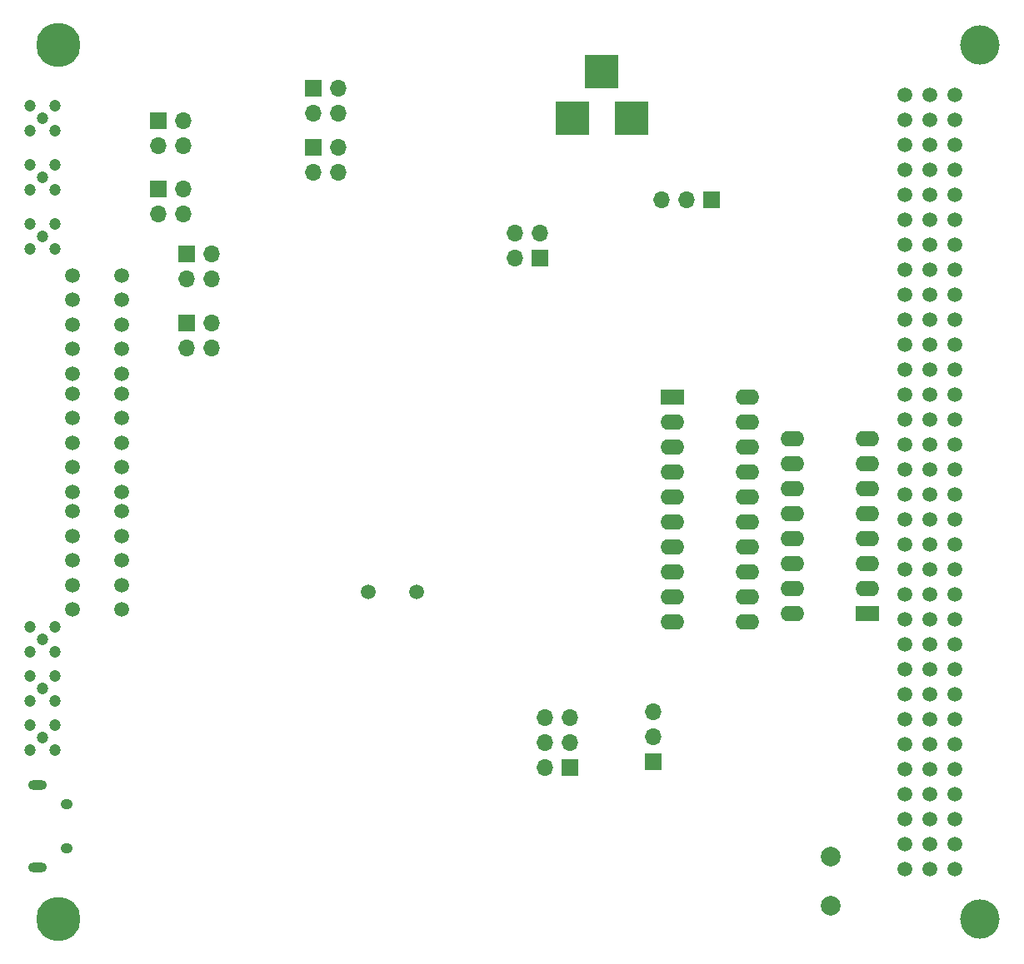
<source format=gbs>
G04 #@! TF.FileFunction,Soldermask,Bot*
%FSLAX46Y46*%
G04 Gerber Fmt 4.6, Leading zero omitted, Abs format (unit mm)*
G04 Created by KiCad (PCBNEW 4.0.7) date 08/08/18 19:17:42*
%MOMM*%
%LPD*%
G01*
G04 APERTURE LIST*
%ADD10C,0.150000*%
%ADD11R,1.700000X1.700000*%
%ADD12O,1.700000X1.700000*%
%ADD13O,1.900000X1.000000*%
%ADD14O,1.250000X1.050000*%
%ADD15C,1.998980*%
%ADD16C,1.501140*%
%ADD17C,4.000000*%
%ADD18C,4.500000*%
%ADD19R,3.500000X3.500000*%
%ADD20R,2.400000X1.600000*%
%ADD21O,2.400000X1.600000*%
%ADD22C,1.500000*%
%ADD23C,1.200000*%
G04 APERTURE END LIST*
D10*
D11*
X178750000Y-55250000D03*
D12*
X181290000Y-55250000D03*
X178750000Y-57790000D03*
X181290000Y-57790000D03*
D13*
X166450000Y-115825000D03*
X166450000Y-124175000D03*
D14*
X169450000Y-117775000D03*
X169450000Y-122225000D03*
D15*
X247100000Y-123100640D03*
X247100000Y-128101900D03*
D16*
X259700000Y-45630000D03*
X259700000Y-48170000D03*
X259700000Y-53250000D03*
X259700000Y-50710000D03*
X259700000Y-55790000D03*
X259700000Y-58330000D03*
X259700000Y-60870000D03*
X259700000Y-63410000D03*
X259700000Y-65950000D03*
X259700000Y-68490000D03*
X259700000Y-71030000D03*
X259700000Y-73570000D03*
X259700000Y-76110000D03*
X259700000Y-78650000D03*
X259700000Y-81190000D03*
X259700000Y-83730000D03*
X259700000Y-86270000D03*
X259700000Y-88810000D03*
X259700000Y-91350000D03*
X259700000Y-93890000D03*
X259700000Y-96430000D03*
X259700000Y-98970000D03*
X259700000Y-101510000D03*
X259700000Y-104050000D03*
X259700000Y-106590000D03*
X259700000Y-109130000D03*
X259700000Y-111670000D03*
X259700000Y-114210000D03*
X259700000Y-116750000D03*
X259700000Y-119290000D03*
X259700000Y-121830000D03*
X259700000Y-124370000D03*
X257160000Y-124370000D03*
X257160000Y-121830000D03*
X257160000Y-119290000D03*
X257160000Y-116750000D03*
X257160000Y-114210000D03*
X257160000Y-111670000D03*
X257160000Y-109130000D03*
X257160000Y-106590000D03*
X257160000Y-104050000D03*
X257160000Y-101510000D03*
X257160000Y-98970000D03*
X257160000Y-96430000D03*
X257160000Y-93890000D03*
X257160000Y-91350000D03*
X257160000Y-88810000D03*
X257160000Y-86270000D03*
X257160000Y-83730000D03*
X257160000Y-81190000D03*
X257160000Y-78650000D03*
X257160000Y-76110000D03*
X257160000Y-73570000D03*
X257160000Y-71030000D03*
X257160000Y-68490000D03*
X257160000Y-65950000D03*
X257160000Y-63410000D03*
X257160000Y-60870000D03*
X257160000Y-58330000D03*
X257160000Y-55790000D03*
X257160000Y-50710000D03*
X257160000Y-53250000D03*
X257160000Y-48170000D03*
X257160000Y-45630000D03*
X254620000Y-45630000D03*
X254620000Y-48170000D03*
X254620000Y-53250000D03*
X254620000Y-50710000D03*
X254620000Y-55790000D03*
X254620000Y-58330000D03*
X254620000Y-60870000D03*
X254620000Y-63410000D03*
X254620000Y-65950000D03*
X254620000Y-68490000D03*
X254620000Y-71030000D03*
X254620000Y-73570000D03*
X254620000Y-76110000D03*
X254620000Y-78650000D03*
X254620000Y-81190000D03*
X254620000Y-83730000D03*
X254620000Y-86270000D03*
X254620000Y-88810000D03*
X254620000Y-91350000D03*
X254620000Y-93890000D03*
X254620000Y-96430000D03*
X254620000Y-98970000D03*
X254620000Y-101510000D03*
X254620000Y-104050000D03*
X254620000Y-106590000D03*
X254620000Y-109130000D03*
X254620000Y-111670000D03*
X254620000Y-114210000D03*
X254620000Y-116750000D03*
X254620000Y-119290000D03*
X254620000Y-121830000D03*
X254620000Y-124370000D03*
D17*
X262240000Y-129450000D03*
X262240000Y-40550000D03*
D18*
X168570000Y-129450000D03*
X168570000Y-40550000D03*
D19*
X220800000Y-48000000D03*
X226800000Y-48000000D03*
X223800000Y-43300000D03*
D11*
X181600000Y-61800000D03*
D12*
X184140000Y-61800000D03*
X181600000Y-64340000D03*
X184140000Y-64340000D03*
D11*
X181600000Y-68800000D03*
D12*
X184140000Y-68800000D03*
X181600000Y-71340000D03*
X184140000Y-71340000D03*
D11*
X194500000Y-45000000D03*
D12*
X197040000Y-45000000D03*
X194500000Y-47540000D03*
X197040000Y-47540000D03*
D11*
X194500000Y-51000000D03*
D12*
X197040000Y-51000000D03*
X194500000Y-53540000D03*
X197040000Y-53540000D03*
D11*
X178750000Y-48250000D03*
D12*
X181290000Y-48250000D03*
X178750000Y-50790000D03*
X181290000Y-50790000D03*
D11*
X234980000Y-56300000D03*
D12*
X232440000Y-56300000D03*
X229900000Y-56300000D03*
D20*
X231000000Y-76375000D03*
D21*
X238620000Y-99235000D03*
X231000000Y-78915000D03*
X238620000Y-96695000D03*
X231000000Y-81455000D03*
X238620000Y-94155000D03*
X231000000Y-83995000D03*
X238620000Y-91615000D03*
X231000000Y-86535000D03*
X238620000Y-89075000D03*
X231000000Y-89075000D03*
X238620000Y-86535000D03*
X231000000Y-91615000D03*
X238620000Y-83995000D03*
X231000000Y-94155000D03*
X238620000Y-81455000D03*
X231000000Y-96695000D03*
X238620000Y-78915000D03*
X231000000Y-99235000D03*
X238620000Y-76375000D03*
D20*
X250825000Y-98400000D03*
D21*
X243205000Y-80620000D03*
X250825000Y-95860000D03*
X243205000Y-83160000D03*
X250825000Y-93320000D03*
X243205000Y-85700000D03*
X250825000Y-90780000D03*
X243205000Y-88240000D03*
X250825000Y-88240000D03*
X243205000Y-90780000D03*
X250825000Y-85700000D03*
X243205000Y-93320000D03*
X250825000Y-83160000D03*
X243205000Y-95860000D03*
X250825000Y-80620000D03*
X243205000Y-98400000D03*
D22*
X204975000Y-96200000D03*
X200095000Y-96200000D03*
D11*
X217500000Y-62250000D03*
D12*
X214960000Y-62250000D03*
X217500000Y-59710000D03*
X214960000Y-59710000D03*
D23*
X165730000Y-102270000D03*
X167000000Y-101000000D03*
X165730000Y-99730000D03*
X168270000Y-102270000D03*
X168270000Y-99730000D03*
X165730000Y-61270000D03*
X167000000Y-60000000D03*
X165730000Y-58730000D03*
X168270000Y-61270000D03*
X168270000Y-58730000D03*
X165730000Y-49270000D03*
X167000000Y-48000000D03*
X165730000Y-46730000D03*
X168270000Y-49270000D03*
X168270000Y-46730000D03*
X165730000Y-55270000D03*
X167000000Y-54000000D03*
X165730000Y-52730000D03*
X168270000Y-55270000D03*
X168270000Y-52730000D03*
X165730000Y-107270000D03*
X167000000Y-106000000D03*
X165730000Y-104730000D03*
X168270000Y-107270000D03*
X168270000Y-104730000D03*
X165730000Y-112270000D03*
X167000000Y-111000000D03*
X165730000Y-109730000D03*
X168270000Y-112270000D03*
X168270000Y-109730000D03*
D11*
X229000000Y-113500000D03*
D12*
X229000000Y-110960000D03*
X229000000Y-108420000D03*
D11*
X220540000Y-114040000D03*
D12*
X218000000Y-114040000D03*
X220540000Y-111500000D03*
X218000000Y-111500000D03*
X220540000Y-108960000D03*
X218000000Y-108960000D03*
D22*
X175000000Y-86000000D03*
X170000000Y-86000000D03*
X175000000Y-83500000D03*
X170000000Y-83500000D03*
X175000000Y-81000000D03*
X170000000Y-81000000D03*
X175000000Y-78500000D03*
X170000000Y-78500000D03*
X175000000Y-76000000D03*
X170000000Y-76000000D03*
X175000000Y-74000000D03*
X170000000Y-74000000D03*
X175000000Y-71500000D03*
X170000000Y-71500000D03*
X175000000Y-69000000D03*
X170000000Y-69000000D03*
X175000000Y-66500000D03*
X170000000Y-66500000D03*
X175000000Y-64000000D03*
X170000000Y-64000000D03*
X175000000Y-98000000D03*
X170000000Y-98000000D03*
X175000000Y-95500000D03*
X170000000Y-95500000D03*
X175000000Y-93000000D03*
X170000000Y-93000000D03*
X175000000Y-90500000D03*
X170000000Y-90500000D03*
X175000000Y-88000000D03*
X170000000Y-88000000D03*
M02*

</source>
